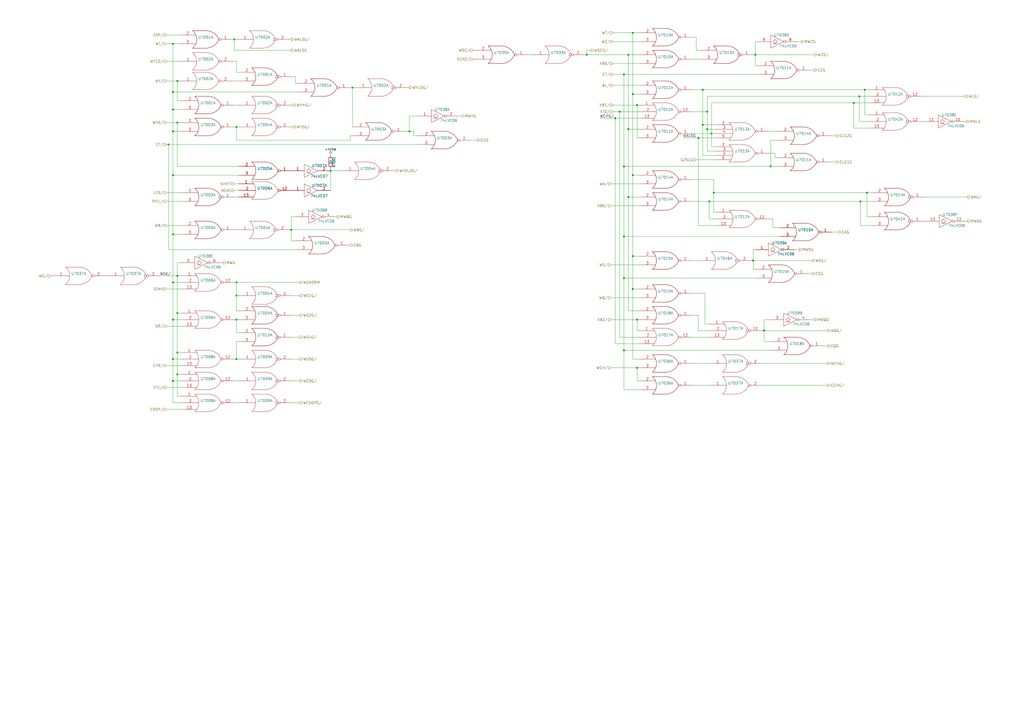
<source format=kicad_sch>
(kicad_sch (version 20211123) (generator eeschema)
  (paper "A2")
  (lib_symbols
    (symbol "agc_kicad_components:+4VSW" (power) (pin_names (offset 0))
      (property "Value" "agc_kicad_components_+4VSW" (at 0 3.556 0))
      (symbol "+4VSW_1_1"
        (pin power_in line (at 0 0 90) (length 0) hide (name "+4VSW") (number "1"))
      )
    )
    (symbol "agc_kicad_components:74HC02" (pin_names (offset 0.762))
      (property "Reference" "U" (at 0 1.27 0))
      (symbol "74HC02_1_1"
        (pin output inverted (at 15.24 0 180) (length 7.62) (name "~") (number "1"))
        (pin input line (at -15.24 2.54 0) (length 9.398) (name "~") (number "2"))
        (pin input line (at -15.24 -2.54 0) (length 9.398) (name "~") (number "3"))
      )
      (symbol "74HC02_2_1"
        (pin output inverted (at 15.24 0 180) (length 7.62) (name "~") (number "4"))
        (pin input line (at -15.24 2.54 0) (length 9.398) (name "~") (number "5"))
        (pin input line (at -15.24 -2.54 0) (length 9.398) (name "~") (number "6"))
      )
      (symbol "74HC02_3_1"
        (pin output inverted (at 15.24 0 180) (length 7.62) (name "~") (number "10"))
        (pin input line (at -15.24 2.54 0) (length 9.398) (name "~") (number "8"))
        (pin input line (at -15.24 -2.54 0) (length 9.398) (name "~") (number "9"))
      )
      (symbol "74HC02_4_1"
        (pin input line (at -15.24 2.54 0) (length 9.398) (name "~") (number "11"))
        (pin input line (at -15.24 -2.54 0) (length 9.398) (name "~") (number "12"))
        (pin output inverted (at 15.24 0 180) (length 7.62) (name "~") (number "13"))
      )
      (symbol "74HC02_5_0"
        (text "GND" (at 2.54 -3.81 0) (effects (font (size 0.9906 0.9906))))
        (text "VCC" (at 2.54 3.81 0) (effects (font (size 0.9906 0.9906))))
      )
      (symbol "74HC02_5_1"
        (pin power_in line (at 0 6.35 270) (length 3.81) (name "VCC") (number "14"))
        (pin power_in line (at 0 -6.35 90) (length 3.81) (name "GND") (number "7"))
      )
    )
    (symbol "agc_kicad_components:74HC04" (pin_names (offset 0.762))
      (property "Reference" "U" (at 0 1.27 0))
      (symbol "74HC04_1_1"
        (pin input line (at -15.24 0 0) (length 9.906) (name "~") (number "1"))
        (pin output inverted (at 15.24 0 180) (length 7.62) (name "~") (number "2"))
      )
      (symbol "74HC04_2_1"
        (pin input line (at -15.24 0 0) (length 9.906) (name "~") (number "3"))
        (pin output inverted (at 15.24 0 180) (length 7.62) (name "~") (number "4"))
      )
      (symbol "74HC04_3_1"
        (pin input line (at -15.24 0 0) (length 9.906) (name "~") (number "5"))
        (pin output inverted (at 15.24 0 180) (length 7.62) (name "~") (number "6"))
      )
      (symbol "74HC04_4_1"
        (pin output inverted (at 15.24 0 180) (length 7.62) (name "~") (number "8"))
        (pin input line (at -15.24 0 0) (length 9.906) (name "~") (number "9"))
      )
      (symbol "74HC04_5_1"
        (pin output inverted (at 15.24 0 180) (length 7.62) (name "~") (number "10"))
        (pin input line (at -15.24 0 0) (length 9.906) (name "~") (number "11"))
      )
      (symbol "74HC04_6_1"
        (pin output inverted (at 15.24 0 180) (length 7.62) (name "~") (number "12"))
        (pin input line (at -15.24 0 0) (length 9.906) (name "~") (number "13"))
      )
      (symbol "74HC04_7_0"
        (text "GND" (at 2.54 -3.81 0) (effects (font (size 0.9906 0.9906))))
        (text "VCC" (at 2.54 3.81 0) (effects (font (size 0.9906 0.9906))))
      )
      (symbol "74HC04_7_1"
        (pin power_in line (at 0 6.35 270) (length 3.81) (name "VCC") (number "14"))
        (pin power_in line (at 0 -6.35 90) (length 3.81) (name "GND") (number "7"))
      )
    )
    (symbol "agc_kicad_components:74HC27" (pin_names (offset 0.762))
      (property "Reference" "U" (at 0 1.27 0))
      (symbol "74HC27_1_1"
        (pin input line (at -15.24 3.81 0) (length 8.763) (name "~") (number "1"))
        (pin output inverted (at 15.24 0 180) (length 7.62) (name "~") (number "12"))
        (pin input line (at -15.24 -3.81 0) (length 8.763) (name "~") (number "13"))
        (pin input line (at -15.24 0 0) (length 9.906) (name "~") (number "2"))
      )
      (symbol "74HC27_2_1"
        (pin input line (at -15.24 3.81 0) (length 8.763) (name "~") (number "3"))
        (pin input line (at -15.24 0 0) (length 9.906) (name "~") (number "4"))
        (pin input line (at -15.24 -3.81 0) (length 8.763) (name "~") (number "5"))
        (pin output inverted (at 15.24 0 180) (length 7.62) (name "~") (number "6"))
      )
      (symbol "74HC27_3_1"
        (pin input line (at -15.24 0 0) (length 9.906) (name "~") (number "10"))
        (pin input line (at -15.24 -3.81 0) (length 8.763) (name "~") (number "11"))
        (pin output inverted (at 15.24 0 180) (length 7.62) (name "~") (number "8"))
        (pin input line (at -15.24 3.81 0) (length 8.763) (name "~") (number "9"))
      )
      (symbol "74HC27_4_0"
        (text "GND" (at 2.54 -3.81 0) (effects (font (size 0.9906 0.9906))))
        (text "VCC" (at 2.54 3.81 0) (effects (font (size 0.9906 0.9906))))
      )
      (symbol "74HC27_4_1"
        (pin power_in line (at 0 6.35 270) (length 3.81) (name "VCC") (number "14"))
        (pin power_in line (at 0 -6.35 90) (length 3.81) (name "GND") (number "7"))
      )
    )
    (symbol "agc_kicad_components:74HC4002" (pin_names (offset 0.762))
      (property "Reference" "U" (at 0 1.27 0))
      (symbol "74HC4002_1_1"
        (pin output inverted (at 15.24 0 180) (length 7.62) (name "~") (number "1"))
        (pin input line (at -15.24 3.81 0) (length 8.509) (name "~") (number "2"))
        (pin input line (at -15.24 1.27 0) (length 9.652) (name "~") (number "3"))
        (pin input line (at -15.24 -1.27 0) (length 9.652) (name "~") (number "4"))
        (pin input line (at -15.24 -3.81 0) (length 8.509) (name "~") (number "5"))
        (pin no_connect line (at -2.54 5.08 90) (length 0) hide (name "NC1") (number "6"))
        (pin no_connect line (at 0 5.08 90) (length 0) hide (name "NC2") (number "8"))
      )
      (symbol "74HC4002_2_1"
        (pin input line (at -15.24 1.27 0) (length 9.652) (name "~") (number "10"))
        (pin input line (at -15.24 -1.27 0) (length 9.652) (name "~") (number "11"))
        (pin input line (at -15.24 -3.81 0) (length 8.509) (name "~") (number "12"))
        (pin output inverted (at 15.24 0 180) (length 7.62) (name "~") (number "13"))
        (pin no_connect line (at -2.54 5.08 90) (length 0) hide (name "NC1") (number "6"))
        (pin no_connect line (at 0 5.08 90) (length 0) hide (name "NC2") (number "8"))
        (pin input line (at -15.24 3.81 0) (length 8.509) (name "~") (number "9"))
      )
      (symbol "74HC4002_3_0"
        (text "GND" (at 2.54 -3.81 0) (effects (font (size 0.9906 0.9906))))
        (text "VCC" (at 2.54 3.81 0) (effects (font (size 0.9906 0.9906))))
      )
      (symbol "74HC4002_3_1"
        (pin power_in line (at 0 6.35 270) (length 3.81) (name "VCC") (number "14"))
        (pin power_in line (at 0 -6.35 90) (length 3.81) (name "GND") (number "7"))
      )
    )
    (symbol "agc_kicad_components:74LVC06" (pin_names (offset 0.762))
      (property "Reference" "U" (at 0 1.27 0))
      (symbol "74LVC06_1_1"
        (pin input line (at -11.43 0 0) (length 7.62) (name "~") (number "1"))
        (pin open_collector inverted (at 11.43 0 180) (length 7.62) (name "~") (number "2"))
      )
      (symbol "74LVC06_2_1"
        (pin input line (at -11.43 0 0) (length 7.62) (name "~") (number "3"))
        (pin open_collector inverted (at 11.43 0 180) (length 7.62) (name "~") (number "4"))
      )
      (symbol "74LVC06_3_1"
        (pin input line (at -11.43 0 0) (length 7.62) (name "~") (number "5"))
        (pin open_collector inverted (at 11.43 0 180) (length 7.62) (name "~") (number "6"))
      )
      (symbol "74LVC06_4_1"
        (pin open_collector inverted (at 11.43 0 180) (length 7.62) (name "~") (number "8"))
        (pin input line (at -11.43 0 0) (length 7.62) (name "~") (number "9"))
      )
      (symbol "74LVC06_5_1"
        (pin open_collector inverted (at 11.43 0 180) (length 7.62) (name "~") (number "10"))
        (pin input line (at -11.43 0 0) (length 7.62) (name "~") (number "11"))
      )
      (symbol "74LVC06_6_1"
        (pin open_collector inverted (at 11.43 0 180) (length 7.62) (name "~") (number "12"))
        (pin input line (at -11.43 0 0) (length 7.62) (name "~") (number "13"))
      )
      (symbol "74LVC06_7_0"
        (text "GND" (at 2.54 -3.81 0) (effects (font (size 0.9906 0.9906))))
        (text "VCC" (at 2.54 3.81 0) (effects (font (size 0.9906 0.9906))))
      )
      (symbol "74LVC06_7_1"
        (pin power_in line (at 0 6.35 270) (length 3.81) (name "VCC") (number "14"))
        (pin power_in line (at 0 -6.35 90) (length 3.81) (name "GND") (number "7"))
      )
    )
    (symbol "agc_kicad_components:74LVC07" (pin_names (offset 0.762))
      (property "Reference" "U" (at 0 1.27 0))
      (symbol "74LVC07_1_1"
        (pin input line (at -11.43 0 0) (length 7.62) (name "~") (number "1"))
        (pin open_collector line (at 11.43 0 180) (length 7.62) (name "~") (number "2"))
      )
      (symbol "74LVC07_2_1"
        (pin input line (at -11.43 0 0) (length 7.62) (name "~") (number "3"))
        (pin open_collector line (at 11.43 0 180) (length 7.62) (name "~") (number "4"))
      )
      (symbol "74LVC07_3_1"
        (pin input line (at -11.43 0 0) (length 7.62) (name "~") (number "5"))
        (pin open_collector line (at 11.43 0 180) (length 7.62) (name "~") (number "6"))
      )
      (symbol "74LVC07_4_1"
        (pin open_collector line (at 11.43 0 180) (length 7.62) (name "~") (number "8"))
        (pin input line (at -11.43 0 0) (length 7.62) (name "~") (number "9"))
      )
      (symbol "74LVC07_5_1"
        (pin open_collector line (at 11.43 0 180) (length 7.62) (name "~") (number "10"))
        (pin input line (at -11.43 0 0) (length 7.62) (name "~") (number "11"))
      )
      (symbol "74LVC07_6_1"
        (pin open_collector line (at 11.43 0 180) (length 7.62) (name "~") (number "12"))
        (pin input line (at -11.43 0 0) (length 7.62) (name "~") (number "13"))
      )
      (symbol "74LVC07_7_0"
        (text "GND" (at 2.54 -3.81 0) (effects (font (size 0.9906 0.9906))))
        (text "VCC" (at 2.54 3.81 0) (effects (font (size 0.9906 0.9906))))
      )
      (symbol "74LVC07_7_1"
        (pin power_in line (at 0 6.35 270) (length 3.81) (name "VCC") (number "14"))
        (pin power_in line (at 0 -6.35 90) (length 3.81) (name "GND") (number "7"))
      )
    )
    (symbol "service_gates-rescue:R-device" (pin_numbers hide) (pin_names (offset 0))
      (property "Reference" "R" (at 2.032 0 90))
      (property "Value" "R-device" (at 0 0 90))
      (symbol "R-device_1_1"
        (pin passive line (at 0 3.81 270) (length 1.27) (name "~") (number "1"))
        (pin passive line (at 0 -3.81 90) (length 1.27) (name "~") (number "2"))
      )
    )
  )
  (junction (at 100.33 135.89))
  (junction (at 498.475 55.88))
  (junction (at 100.33 53.34))
  (junction (at 135.89 22.86))
  (junction (at 405.13 80.01))
  (junction (at 102.87 71.12))
  (junction (at 359.41 64.77))
  (junction (at 410.21 74.93))
  (junction (at 369.57 60.96))
  (junction (at 414.02 111.76))
  (junction (at 100.33 185.42))
  (junction (at 407.67 72.39))
  (junction (at 367.03 19.05))
  (junction (at 340.36 31.75))
  (junction (at 499.11 116.84))
  (junction (at 438.15 31.75))
  (junction (at 361.95 43.18))
  (junction (at 137.16 73.66))
  (junction (at 204.47 50.8))
  (junction (at 137.16 185.42))
  (junction (at 412.75 77.47))
  (junction (at 102.87 181.61))
  (junction (at 361.95 161.29))
  (junction (at 364.49 74.93))
  (junction (at 191.77 99.06))
  (junction (at 361.95 203.2))
  (junction (at 447.04 96.52))
  (junction (at 168.91 133.35))
  (junction (at 410.21 64.77))
  (junction (at 411.48 116.84))
  (junction (at 364.49 114.3))
  (junction (at 100.33 76.2))
  (junction (at 102.87 160.02))
  (junction (at 97.79 83.82))
  (junction (at 137.16 163.83))
  (junction (at 369.57 185.42))
  (junction (at 501.65 52.07))
  (junction (at 495.3 59.69))
  (junction (at 369.57 213.36))
  (junction (at 100.33 25.4))
  (junction (at 436.88 151.13))
  (junction (at 443.23 191.77))
  (junction (at 367.03 148.59))
  (junction (at 102.87 217.17))
  (junction (at 137.16 208.28))
  (junction (at 367.03 54.61))
  (junction (at 407.67 52.07))
  (junction (at 102.87 204.47))
  (junction (at 502.92 111.76))
  (junction (at 367.03 167.64))
  (junction (at 356.87 68.58))
  (junction (at 100.33 63.5))
  (junction (at 137.16 171.45))
  (junction (at 100.33 163.83))
  (junction (at 361.95 137.16))
  (junction (at 100.33 101.6))
  (junction (at 102.87 46.99))
  (junction (at 364.49 31.75))
  (junction (at 237.49 76.2))
  (junction (at 361.95 96.52))
  (junction (at 100.33 208.28))
  (junction (at 100.33 220.98))
  (junction (at 367.03 101.6))
  (wire (pts (xy 414.02 123.19) (xy 415.29 123.19)))
  (wire (pts (xy 438.15 31.75) (xy 472.44 31.75)))
  (wire (pts (xy 469.9 185.42) (xy 472.44 185.42)))
  (wire (pts (xy 100.33 208.28) (xy 105.41 208.28)))
  (wire (pts (xy 240.03 78.74) (xy 242.57 78.74)))
  (wire (pts (xy 102.87 71.12) (xy 102.87 96.52)))
  (wire (pts (xy 96.52 46.99) (xy 102.87 46.99)))
  (wire (pts (xy 361.95 226.06) (xy 370.84 226.06)))
  (wire (pts (xy 105.41 130.81) (xy 96.52 130.81)))
  (wire (pts (xy 171.45 144.78) (xy 97.79 144.78)))
  (wire (pts (xy 204.47 50.8) (xy 204.47 73.66)))
  (wire (pts (xy 370.84 153.67) (xy 354.33 153.67)))
  (wire (pts (xy 100.33 208.28) (xy 100.33 220.98)))
  (wire (pts (xy 138.43 193.04) (xy 137.16 193.04)))
  (wire (pts (xy 410.21 74.93) (xy 410.21 87.63)))
  (wire (pts (xy 367.03 54.61) (xy 367.03 101.6)))
  (wire (pts (xy 441.96 191.77) (xy 443.23 191.77)))
  (wire (pts (xy 135.89 133.35) (xy 137.16 133.35)))
  (wire (pts (xy 171.45 48.26) (xy 172.72 48.26)))
  (wire (pts (xy 412.75 85.09) (xy 415.29 85.09)))
  (wire (pts (xy 445.77 127) (xy 448.31 127)))
  (wire (pts (xy 435.61 151.13) (xy 436.88 151.13)))
  (wire (pts (xy 369.57 60.96) (xy 370.84 60.96)))
  (wire (pts (xy 96.52 71.12) (xy 102.87 71.12)))
  (wire (pts (xy 436.88 151.13) (xy 436.88 156.21)))
  (wire (pts (xy 102.87 58.42) (xy 105.41 58.42)))
  (wire (pts (xy 359.41 195.58) (xy 370.84 195.58)))
  (wire (pts (xy 137.16 163.83) (xy 137.16 171.45)))
  (wire (pts (xy 102.87 152.4) (xy 102.87 160.02)))
  (wire (pts (xy 504.19 55.88) (xy 498.475 55.88)))
  (wire (pts (xy 445.77 88.9) (xy 449.58 88.9)))
  (wire (pts (xy 100.33 185.42) (xy 100.33 208.28)))
  (wire (pts (xy 401.32 170.18) (xy 408.94 170.18)))
  (wire (pts (xy 105.41 212.09) (xy 96.52 212.09)))
  (wire (pts (xy 105.41 167.64) (xy 96.52 167.64)))
  (wire (pts (xy 436.88 144.78) (xy 438.15 144.78)))
  (wire (pts (xy 361.95 43.18) (xy 439.42 43.18)))
  (wire (pts (xy 236.22 50.8) (xy 237.49 50.8)))
  (wire (pts (xy 443.23 191.77) (xy 480.06 191.77)))
  (wire (pts (xy 411.48 116.84) (xy 411.48 127)))
  (wire (pts (xy 364.49 74.93) (xy 364.49 114.3)))
  (wire (pts (xy 361.95 161.29) (xy 361.95 203.2)))
  (wire (pts (xy 367.03 148.59) (xy 367.03 167.64)))
  (wire (pts (xy 364.49 31.75) (xy 364.49 74.93)))
  (wire (pts (xy 412.75 59.69) (xy 412.75 77.47)))
  (wire (pts (xy 495.3 74.295) (xy 495.3 59.69)))
  (wire (pts (xy 403.86 29.21) (xy 406.4 29.21)))
  (wire (pts (xy 168.91 125.73) (xy 168.91 133.35)))
  (wire (pts (xy 135.89 208.28) (xy 137.16 208.28)))
  (wire (pts (xy 105.41 189.23) (xy 96.52 189.23)))
  (wire (pts (xy 134.62 46.99) (xy 138.43 46.99)))
  (wire (pts (xy 100.33 135.89) (xy 105.41 135.89)))
  (wire (pts (xy 438.15 24.13) (xy 438.15 31.75)))
  (wire (pts (xy 369.57 213.36) (xy 370.84 213.36)))
  (wire (pts (xy 438.15 24.13) (xy 439.42 24.13)))
  (wire (pts (xy 168.91 233.68) (xy 173.99 233.68)))
  (wire (pts (xy 370.84 172.72) (xy 354.33 172.72)))
  (wire (pts (xy 367.03 148.59) (xy 370.84 148.59)))
  (wire (pts (xy 137.16 35.56) (xy 134.62 35.56)))
  (wire (pts (xy 535.94 128.27) (xy 537.21 128.27)))
  (wire (pts (xy 501.65 66.675) (xy 501.65 52.07)))
  (wire (pts (xy 408.94 170.18) (xy 408.94 187.96)))
  (wire (pts (xy 462.28 24.13) (xy 464.82 24.13)))
  (wire (pts (xy 168.91 220.98) (xy 173.99 220.98)))
  (wire (pts (xy 370.84 106.68) (xy 354.33 106.68)))
  (wire (pts (xy 481.33 93.98) (xy 485.14 93.98)))
  (wire (pts (xy 364.49 31.75) (xy 370.84 31.75)))
  (wire (pts (xy 407.67 90.17) (xy 415.29 90.17)))
  (wire (pts (xy 102.87 204.47) (xy 102.87 217.17)))
  (wire (pts (xy 369.57 191.77) (xy 370.84 191.77)))
  (wire (pts (xy 168.91 182.88) (xy 173.99 182.88)))
  (wire (pts (xy 96.52 116.84) (xy 105.41 116.84)))
  (wire (pts (xy 369.57 213.36) (xy 369.57 220.98)))
  (wire (pts (xy 265.43 67.31) (xy 267.97 67.31)))
  (wire (pts (xy 410.21 74.93) (xy 415.29 74.93)))
  (wire (pts (xy 401.32 52.07) (xy 407.67 52.07)))
  (wire (pts (xy 102.87 160.02) (xy 102.87 181.61)))
  (wire (pts (xy 201.93 142.24) (xy 203.2 142.24)))
  (wire (pts (xy 449.58 88.9) (xy 449.58 91.44)))
  (wire (pts (xy 414.02 104.14) (xy 414.02 111.76)))
  (wire (pts (xy 102.87 217.17) (xy 105.41 217.17)))
  (wire (pts (xy 534.67 55.88) (xy 560.07 55.88)))
  (wire (pts (xy 370.84 24.13) (xy 355.6 24.13)))
  (wire (pts (xy 167.64 22.86) (xy 168.91 22.86)))
  (wire (pts (xy 361.95 43.18) (xy 361.95 96.52)))
  (wire (pts (xy 97.79 144.78) (xy 97.79 83.82)))
  (wire (pts (xy 407.67 52.07) (xy 501.65 52.07)))
  (wire (pts (xy 415.29 72.39) (xy 407.67 72.39)))
  (wire (pts (xy 361.95 137.16) (xy 452.12 137.16)))
  (wire (pts (xy 137.16 180.34) (xy 138.43 180.34)))
  (wire (pts (xy 499.11 116.84) (xy 505.46 116.84)))
  (wire (pts (xy 482.6 134.62) (xy 486.41 134.62)))
  (wire (pts (xy 559.435 70.485) (xy 560.705 70.485)))
  (wire (pts (xy 410.21 64.77) (xy 410.21 74.93)))
  (wire (pts (xy 401.32 77.47) (xy 412.75 77.47)))
  (wire (pts (xy 100.33 101.6) (xy 138.43 101.6)))
  (wire (pts (xy 441.96 223.52) (xy 480.06 223.52)))
  (wire (pts (xy 135.89 22.86) (xy 137.16 22.86)))
  (wire (pts (xy 370.84 199.39) (xy 356.87 199.39)))
  (wire (pts (xy 495.3 59.69) (xy 504.19 59.69)))
  (wire (pts (xy 411.48 116.84) (xy 499.11 116.84)))
  (wire (pts (xy 414.02 111.76) (xy 502.92 111.76)))
  (wire (pts (xy 237.49 76.2) (xy 240.03 76.2)))
  (wire (pts (xy 105.41 111.76) (xy 96.52 111.76)))
  (wire (pts (xy 137.16 163.83) (xy 173.99 163.83)))
  (wire (pts (xy 135.89 106.68) (xy 138.43 106.68)))
  (wire (pts (xy 137.16 41.91) (xy 138.43 41.91)))
  (wire (pts (xy 447.04 96.52) (xy 450.85 96.52)))
  (wire (pts (xy 102.87 152.4) (xy 105.41 152.4)))
  (wire (pts (xy 168.91 133.35) (xy 168.91 139.7)))
  (wire (pts (xy 468.63 158.75) (xy 471.17 158.75)))
  (wire (pts (xy 369.57 220.98) (xy 370.84 220.98)))
  (wire (pts (xy 100.33 25.4) (xy 104.14 25.4)))
  (wire (pts (xy 401.32 151.13) (xy 405.13 151.13)))
  (wire (pts (xy 461.01 144.78) (xy 463.55 144.78)))
  (wire (pts (xy 100.33 163.83) (xy 100.33 185.42)))
  (wire (pts (xy 340.36 29.21) (xy 340.36 31.75)))
  (wire (pts (xy 361.95 96.52) (xy 361.95 137.16)))
  (wire (pts (xy 412.75 77.47) (xy 415.29 77.47)))
  (wire (pts (xy 137.16 35.56) (xy 137.16 41.91)))
  (wire (pts (xy 100.33 233.68) (xy 105.41 233.68)))
  (wire (pts (xy 100.33 220.98) (xy 105.41 220.98)))
  (wire (pts (xy 102.87 181.61) (xy 102.87 204.47)))
  (wire (pts (xy 450.85 81.28) (xy 447.04 81.28)))
  (wire (pts (xy 340.36 31.75) (xy 364.49 31.75)))
  (wire (pts (xy 240.03 76.2) (xy 240.03 78.74)))
  (wire (pts (xy 137.16 171.45) (xy 137.16 180.34)))
  (wire (pts (xy 355.6 60.96) (xy 369.57 60.96)))
  (wire (pts (xy 469.9 40.64) (xy 472.44 40.64)))
  (wire (pts (xy 102.87 217.17) (xy 102.87 229.87)))
  (wire (pts (xy 405.13 182.88) (xy 405.13 191.77)))
  (wire (pts (xy 405.13 80.01) (xy 405.13 130.81)))
  (wire (pts (xy 504.19 70.485) (xy 498.475 70.485)))
  (wire (pts (xy 354.33 185.42) (xy 369.57 185.42)))
  (wire (pts (xy 502.92 125.73) (xy 502.92 111.76)))
  (wire (pts (xy 134.62 22.86) (xy 135.89 22.86)))
  (wire (pts (xy 102.87 181.61) (xy 105.41 181.61)))
  (wire (pts (xy 168.91 139.7) (xy 171.45 139.7)))
  (wire (pts (xy 137.16 208.28) (xy 138.43 208.28)))
  (wire (pts (xy 100.33 76.2) (xy 105.41 76.2)))
  (wire (pts (xy 356.87 68.58) (xy 370.84 68.58)))
  (wire (pts (xy 135.89 233.68) (xy 138.43 233.68)))
  (wire (pts (xy 410.21 64.77) (xy 401.32 64.77)))
  (wire (pts (xy 102.87 71.12) (xy 105.41 71.12)))
  (wire (pts (xy 367.03 19.05) (xy 370.84 19.05)))
  (wire (pts (xy 485.14 78.74) (xy 481.33 78.74)))
  (wire (pts (xy 102.87 46.99) (xy 102.87 58.42)))
  (wire (pts (xy 448.31 132.08) (xy 452.12 132.08)))
  (wire (pts (xy 234.95 76.2) (xy 237.49 76.2)))
  (wire (pts (xy 534.67 70.485) (xy 536.575 70.485)))
  (wire (pts (xy 441.96 210.82) (xy 480.06 210.82)))
  (wire (pts (xy 364.49 114.3) (xy 370.84 114.3)))
  (wire (pts (xy 443.23 191.77) (xy 443.23 198.12)))
  (wire (pts (xy 498.475 55.88) (xy 410.21 55.88)))
  (wire (pts (xy 414.02 104.14) (xy 401.32 104.14)))
  (wire (pts (xy 137.16 208.28) (xy 137.16 198.12)))
  (wire (pts (xy 105.41 224.79) (xy 96.52 224.79)))
  (wire (pts (xy 168.91 73.66) (xy 170.18 73.66)))
  (wire (pts (xy 355.6 64.77) (xy 359.41 64.77)))
  (wire (pts (xy 403.86 21.59) (xy 403.86 29.21)))
  (wire (pts (xy 168.91 44.45) (xy 171.45 44.45)))
  (wire (pts (xy 505.46 130.81) (xy 499.11 130.81)))
  (wire (pts (xy 168.91 60.96) (xy 170.18 60.96)))
  (wire (pts (xy 194.31 125.73) (xy 195.58 125.73)))
  (wire (pts (xy 356.87 199.39) (xy 356.87 68.58)))
  (wire (pts (xy 347.98 68.58) (xy 356.87 68.58)))
  (wire (pts (xy 505.46 125.73) (xy 502.92 125.73)))
  (wire (pts (xy 137.16 193.04) (xy 137.16 185.42)))
  (wire (pts (xy 203.2 81.28) (xy 203.2 78.74)))
  (wire (pts (xy 100.33 135.89) (xy 100.33 163.83)))
  (wire (pts (xy 359.41 64.77) (xy 359.41 195.58)))
  (wire (pts (xy 443.23 185.42) (xy 443.23 191.77)))
  (wire (pts (xy 449.58 91.44) (xy 450.85 91.44)))
  (wire (pts (xy 274.32 34.29) (xy 275.59 34.29)))
  (wire (pts (xy 560.07 128.27) (xy 561.34 128.27)))
  (wire (pts (xy 407.67 72.39) (xy 407.67 90.17)))
  (wire (pts (xy 60.96 160.02) (xy 62.23 160.02)))
  (wire (pts (xy 128.27 152.4) (xy 129.54 152.4)))
  (wire (pts (xy 137.16 171.45) (xy 138.43 171.45)))
  (wire (pts (xy 504.19 66.675) (xy 501.65 66.675)))
  (wire (pts (xy 436.88 156.21) (xy 438.15 156.21)))
  (wire (pts (xy 401.32 21.59) (xy 403.86 21.59)))
  (wire (pts (xy 135.89 114.3) (xy 138.43 114.3)))
  (wire (pts (xy 168.91 208.28) (xy 173.99 208.28)))
  (wire (pts (xy 30.48 160.02) (xy 29.21 160.02)))
  (wire (pts (xy 102.87 204.47) (xy 105.41 204.47)))
  (wire (pts (xy 369.57 80.01) (xy 370.84 80.01)))
  (wire (pts (xy 355.6 43.18) (xy 361.95 43.18)))
  (wire (pts (xy 410.21 87.63) (xy 415.29 87.63)))
  (wire (pts (xy 367.03 208.28) (xy 370.84 208.28)))
  (wire (pts (xy 137.16 185.42) (xy 138.43 185.42)))
  (wire (pts (xy 168.91 195.58) (xy 173.99 195.58)))
  (wire (pts (xy 100.33 25.4) (xy 100.33 53.34)))
  (wire (pts (xy 436.88 31.75) (xy 438.15 31.75)))
  (wire (pts (xy 105.41 237.49) (xy 96.52 237.49)))
  (wire (pts (xy 369.57 60.96) (xy 369.57 80.01)))
  (wire (pts (xy 367.03 167.64) (xy 367.03 208.28)))
  (wire (pts (xy 100.33 220.98) (xy 100.33 233.68)))
  (wire (pts (xy 203.2 78.74) (xy 204.47 78.74)))
  (wire (pts (xy 448.31 127) (xy 448.31 132.08)))
  (wire (pts (xy 306.07 31.75) (xy 308.61 31.75)))
  (wire (pts (xy 102.87 46.99) (xy 104.14 46.99)))
  (wire (pts (xy 477.52 200.66) (xy 480.06 200.66)))
  (wire (pts (xy 361.95 161.29) (xy 438.15 161.29)))
  (wire (pts (xy 445.77 76.2) (xy 450.85 76.2)))
  (wire (pts (xy 369.57 185.42) (xy 369.57 191.77)))
  (wire (pts (xy 100.33 53.34) (xy 172.72 53.34)))
  (wire (pts (xy 100.33 63.5) (xy 100.33 76.2)))
  (wire (pts (xy 92.71 160.02) (xy 102.87 160.02)))
  (wire (pts (xy 135.89 220.98) (xy 138.43 220.98)))
  (wire (pts (xy 367.03 19.05) (xy 367.03 54.61)))
  (wire (pts (xy 96.52 83.82) (xy 97.79 83.82)))
  (wire (pts (xy 168.91 133.35) (xy 203.2 133.35)))
  (wire (pts (xy 411.48 210.82) (xy 401.32 210.82)))
  (wire (pts (xy 502.92 111.76) (xy 505.46 111.76)))
  (wire (pts (xy 401.32 223.52) (xy 411.48 223.52)))
  (wire (pts (xy 100.33 101.6) (xy 100.33 135.89)))
  (wire (pts (xy 414.02 111.76) (xy 414.02 123.19)))
  (wire (pts (xy 369.57 185.42) (xy 370.84 185.42)))
  (wire (pts (xy 237.49 76.2) (xy 237.49 67.31)))
  (wire (pts (xy 405.13 80.01) (xy 415.29 80.01)))
  (wire (pts (xy 438.15 31.75) (xy 438.15 38.1)))
  (wire (pts (xy 237.49 67.31) (xy 242.57 67.31)))
  (wire (pts (xy 367.03 101.6) (xy 367.03 148.59)))
  (wire (pts (xy 361.95 203.2) (xy 447.04 203.2)))
  (wire (pts (xy 443.23 198.12) (xy 447.04 198.12)))
  (wire (pts (xy 364.49 114.3) (xy 364.49 180.34)))
  (wire (pts (xy 447.04 185.42) (xy 443.23 185.42)))
  (wire (pts (xy 355.6 19.05) (xy 367.03 19.05)))
  (wire (pts (xy 401.32 34.29) (xy 406.4 34.29)))
  (wire (pts (xy 167.64 133.35) (xy 168.91 133.35)))
  (wire (pts (xy 367.03 167.64) (xy 370.84 167.64)))
  (wire (pts (xy 370.84 49.53) (xy 355.6 49.53)))
  (wire (pts (xy 137.16 81.28) (xy 203.2 81.28)))
  (wire (pts (xy 361.95 137.16) (xy 361.95 161.29)))
  (wire (pts (xy 168.91 171.45) (xy 173.99 171.45)))
  (wire (pts (xy 498.475 70.485) (xy 498.475 55.88)))
  (wire (pts (xy 135.89 185.42) (xy 137.16 185.42)))
  (wire (pts (xy 367.03 54.61) (xy 370.84 54.61)))
  (wire (pts (xy 370.84 74.93) (xy 364.49 74.93)))
  (wire (pts (xy 401.32 116.84) (xy 411.48 116.84)))
  (wire (pts (xy 100.33 63.5) (xy 105.41 63.5)))
  (wire (pts (xy 501.65 52.07) (xy 504.19 52.07)))
  (wire (pts (xy 135.89 22.86) (xy 135.89 29.21)))
  (wire (pts (xy 100.33 53.34) (xy 100.33 63.5)))
  (wire (pts (xy 438.15 38.1) (xy 439.42 38.1)))
  (wire (pts (xy 104.14 35.56) (xy 96.52 35.56)))
  (wire (pts (xy 361.95 203.2) (xy 361.95 226.06)))
  (wire (pts (xy 504.19 74.295) (xy 495.3 74.295)))
  (wire (pts (xy 102.87 229.87) (xy 105.41 229.87)))
  (wire (pts (xy 137.16 73.66) (xy 137.16 81.28)))
  (wire (pts (xy 198.12 99.06) (xy 191.77 99.06)))
  (wire (pts (xy 412.75 59.69) (xy 495.3 59.69)))
  (wire (pts (xy 171.45 44.45) (xy 171.45 48.26)))
  (wire (pts (xy 370.84 119.38) (xy 354.33 119.38)))
  (wire (pts (xy 104.14 20.32) (xy 96.52 20.32)))
  (wire (pts (xy 204.47 50.8) (xy 205.74 50.8)))
  (wire (pts (xy 137.16 198.12) (xy 138.43 198.12)))
  (wire (pts (xy 408.94 187.96) (xy 411.48 187.96)))
  (wire (pts (xy 412.75 77.47) (xy 412.75 85.09)))
  (wire (pts (xy 499.11 130.81) (xy 499.11 116.84)))
  (wire (pts (xy 203.2 50.8) (xy 204.47 50.8)))
  (wire (pts (xy 396.24 80.01) (xy 405.13 80.01)))
  (wire (pts (xy 191.77 97.79) (xy 191.77 99.06)))
  (wire (pts (xy 135.89 73.66) (xy 137.16 73.66)))
  (wire (pts (xy 355.6 36.83) (xy 370.84 36.83)))
  (wire (pts (xy 535.94 114.3) (xy 561.34 114.3)))
  (wire (pts (xy 191.77 99.06) (xy 191.77 110.49)))
  (wire (pts (xy 97.79 83.82) (xy 242.57 83.82)))
  (wire (pts (xy 436.88 144.78) (xy 436.88 151.13)))
  (wire (pts (xy 405.13 191.77) (xy 411.48 191.77)))
  (wire (pts (xy 135.89 60.96) (xy 138.43 60.96)))
  (wire (pts (xy 273.05 81.28) (xy 276.86 81.28)))
  (wire (pts (xy 415.29 92.71) (xy 403.86 92.71)))
  (wire (pts (xy 354.33 213.36) (xy 369.57 213.36)))
  (wire (pts (xy 100.33 76.2) (xy 100.33 101.6)))
  (wire (pts (xy 436.88 151.13) (xy 471.17 151.13)))
  (wire (pts (xy 102.87 96.52) (xy 138.43 96.52)))
  (wire (pts (xy 275.59 29.21) (xy 274.32 29.21)))
  (wire (pts (xy 228.6 99.06) (xy 229.87 99.06)))
  (wire (pts (xy 138.43 110.49) (xy 135.89 110.49)))
  (wire (pts (xy 364.49 180.34) (xy 370.84 180.34)))
  (wire (pts (xy 359.41 64.77) (xy 370.84 64.77)))
  (wire (pts (xy 100.33 163.83) (xy 105.41 163.83)))
  (wire (pts (xy 411.48 195.58) (xy 401.32 195.58)))
  (wire (pts (xy 102.87 160.02) (xy 105.41 160.02)))
  (wire (pts (xy 407.67 52.07) (xy 407.67 72.39)))
  (wire (pts (xy 361.95 96.52) (xy 447.04 96.52)))
  (wire (pts (xy 410.21 55.88) (xy 410.21 64.77)))
  (wire (pts (xy 168.91 125.73) (xy 171.45 125.73)))
  (wire (pts (xy 411.48 127) (xy 415.29 127)))
  (wire (pts (xy 100.33 185.42) (xy 105.41 185.42)))
  (wire (pts (xy 96.52 25.4) (xy 100.33 25.4)))
  (wire (pts (xy 405.13 130.81) (xy 415.29 130.81)))
  (wire (pts (xy 447.04 81.28) (xy 447.04 96.52)))
  (wire (pts (xy 339.09 31.75) (xy 340.36 31.75)))
  (wire (pts (xy 135.89 29.21) (xy 168.91 29.21)))
  (wire (pts (xy 137.16 73.66) (xy 138.43 73.66)))
  (wire (pts (xy 135.89 163.83) (xy 137.16 163.83)))
  (wire (pts (xy 342.9 29.21) (xy 340.36 29.21)))
  (wire (pts (xy 401.32 182.88) (xy 405.13 182.88)))
  (wire (pts (xy 367.03 101.6) (xy 370.84 101.6)))
  (label "WCHG/" (at 347.98 68.58 0) (effects (font (size 1.524 1.524))))
  (label "WGA/" (at 92.71 160.02 0) (effects (font (size 1.524 1.524))))
  (label "WALSG" (at 396.24 80.01 0) (effects (font (size 1.524 1.524))))
  (hierarchical_label "WT/" (shape input) (at 355.6 19.05 180) (effects (font (size 1.524 1.524))))
  (hierarchical_label "WA/" (shape input) (at 354.33 106.68 180) (effects (font (size 1.524 1.524))))
  (hierarchical_label "SR/" (shape input) (at 96.52 189.23 180) (effects (font (size 1.524 1.524))))
  (hierarchical_label "CLG1G" (shape output) (at 485.14 93.98 0) (effects (font (size 1.524 1.524))))
  (hierarchical_label "WY12/" (shape input) (at 96.52 35.56 180) (effects (font (size 1.524 1.524))))
  (hierarchical_label "WB/" (shape input) (at 96.52 130.81 180) (effects (font (size 1.524 1.524))))
  (hierarchical_label "WALSG/" (shape output) (at 168.91 22.86 0) (effects (font (size 1.524 1.524))))
  (hierarchical_label "CSG" (shape output) (at 471.17 158.75 0) (effects (font (size 1.524 1.524))))
  (hierarchical_label "WLG/" (shape output) (at 560.07 55.88 0) (effects (font (size 1.524 1.524))))
  (hierarchical_label "WG5G/" (shape output) (at 173.99 208.28 0) (effects (font (size 1.524 1.524))))
  (hierarchical_label "EDOP/" (shape input) (at 96.52 237.49 180) (effects (font (size 1.524 1.524))))
  (hierarchical_label "WYLOG/" (shape output) (at 237.49 50.8 0) (effects (font (size 1.524 1.524))))
  (hierarchical_label "CQG" (shape output) (at 480.06 200.66 0) (effects (font (size 1.524 1.524))))
  (hierarchical_label "CZG" (shape output) (at 472.44 40.64 0) (effects (font (size 1.524 1.524))))
  (hierarchical_label "WG/" (shape input) (at 29.21 160.02 180) (effects (font (size 1.524 1.524))))
  (hierarchical_label "CBG" (shape output) (at 203.2 142.24 0) (effects (font (size 1.524 1.524))))
  (hierarchical_label "WS/" (shape input) (at 354.33 153.67 180) (effects (font (size 1.524 1.524))))
  (hierarchical_label "WQ/" (shape input) (at 354.33 172.72 180) (effects (font (size 1.524 1.524))))
  (hierarchical_label "WZ/" (shape input) (at 355.6 24.13 180) (effects (font (size 1.524 1.524))))
  (hierarchical_label "WYHIG/" (shape output) (at 170.18 60.96 0) (effects (font (size 1.524 1.524))))
  (hierarchical_label "WZG/" (shape output) (at 472.44 31.75 0) (effects (font (size 1.524 1.524))))
  (hierarchical_label "WEDOPG/" (shape output) (at 173.99 233.68 0) (effects (font (size 1.524 1.524))))
  (hierarchical_label "CYL/" (shape input) (at 96.52 224.79 180) (effects (font (size 1.524 1.524))))
  (hierarchical_label "MWAG" (shape output) (at 561.34 128.27 0) (effects (font (size 1.524 1.524))))
  (hierarchical_label "WALSG" (shape output) (at 168.91 29.21 0) (effects (font (size 1.524 1.524))))
  (hierarchical_label "WT/" (shape input) (at 96.52 25.4 180) (effects (font (size 1.524 1.524))))
  (hierarchical_label "PIFL/" (shape input) (at 96.52 116.84 180) (effects (font (size 1.524 1.524))))
  (hierarchical_label "WSC/" (shape input) (at 274.32 29.21 180) (effects (font (size 1.524 1.524))))
  (hierarchical_label "WGNORM" (shape output) (at 173.99 163.83 0) (effects (font (size 1.524 1.524))))
  (hierarchical_label "CT/" (shape input) (at 96.52 83.82 180) (effects (font (size 1.524 1.524))))
  (hierarchical_label "WG3G/" (shape output) (at 173.99 220.98 0) (effects (font (size 1.524 1.524))))
  (hierarchical_label "CLG2G" (shape output) (at 485.14 78.74 0) (effects (font (size 1.524 1.524))))
  (hierarchical_label "NEAC" (shape input) (at 135.89 110.49 180) (effects (font (size 1.524 1.524))))
  (hierarchical_label "WBG/" (shape output) (at 203.2 133.35 0) (effects (font (size 1.524 1.524))))
  (hierarchical_label "WL/" (shape input) (at 355.6 49.53 180) (effects (font (size 1.524 1.524))))
  (hierarchical_label "WCHG/" (shape output) (at 480.06 210.82 0) (effects (font (size 1.524 1.524))))
  (hierarchical_label "WQG/" (shape output) (at 480.06 191.77 0) (effects (font (size 1.524 1.524))))
  (hierarchical_label "CT/" (shape input) (at 355.6 43.18 180) (effects (font (size 1.524 1.524))))
  (hierarchical_label "MWYG" (shape output) (at 267.97 67.31 0) (effects (font (size 1.524 1.524))))
  (hierarchical_label "G2SLG" (shape input) (at 403.86 92.71 180) (effects (font (size 1.524 1.524))))
  (hierarchical_label "XB0/" (shape input) (at 354.33 119.38 180) (effects (font (size 1.524 1.524))))
  (hierarchical_label "WY/" (shape input) (at 96.52 46.99 180) (effects (font (size 1.524 1.524))))
  (hierarchical_label "XB1/" (shape input) (at 355.6 60.96 180) (effects (font (size 1.524 1.524))))
  (hierarchical_label "WG1G/" (shape output) (at 173.99 171.45 0) (effects (font (size 1.524 1.524))))
  (hierarchical_label "CYR/" (shape input) (at 96.52 212.09 180) (effects (font (size 1.524 1.524))))
  (hierarchical_label "WG4G/" (shape output) (at 173.99 195.58 0) (effects (font (size 1.524 1.524))))
  (hierarchical_label "WAG/" (shape output) (at 561.34 114.3 0) (effects (font (size 1.524 1.524))))
  (hierarchical_label "MWSG" (shape output) (at 463.55 144.78 0) (effects (font (size 1.524 1.524))))
  (hierarchical_label "SHIFT" (shape input) (at 135.89 106.68 180) (effects (font (size 1.524 1.524))))
  (hierarchical_label "MWG" (shape output) (at 129.54 152.4 0) (effects (font (size 1.524 1.524))))
  (hierarchical_label "CUG" (shape output) (at 276.86 81.28 0) (effects (font (size 1.524 1.524))))
  (hierarchical_label "MWBG" (shape output) (at 195.58 125.73 0) (effects (font (size 1.524 1.524))))
  (hierarchical_label "MWLG" (shape output) (at 560.705 70.485 0) (effects (font (size 1.524 1.524))))
  (hierarchical_label "XB5/" (shape input) (at 355.6 36.83 180) (effects (font (size 1.524 1.524))))
  (hierarchical_label "CCHG/" (shape output) (at 480.06 223.52 0) (effects (font (size 1.524 1.524))))
  (hierarchical_label "WSCG/" (shape output) (at 342.9 29.21 0) (effects (font (size 1.524 1.524))))
  (hierarchical_label "WYDLOG/" (shape output) (at 229.87 99.06 0) (effects (font (size 1.524 1.524))))
  (hierarchical_label "XB2/" (shape input) (at 354.33 185.42 180) (effects (font (size 1.524 1.524))))
  (hierarchical_label "GINH" (shape input) (at 96.52 167.64 180) (effects (font (size 1.524 1.524))))
  (hierarchical_label "MWZG" (shape output) (at 464.82 24.13 0) (effects (font (size 1.524 1.524))))
  (hierarchical_label "WYDG/" (shape output) (at 170.18 73.66 0) (effects (font (size 1.524 1.524))))
  (hierarchical_label "L15/" (shape input) (at 96.52 111.76 180) (effects (font (size 1.524 1.524))))
  (hierarchical_label "WYD/" (shape input) (at 96.52 71.12 180) (effects (font (size 1.524 1.524))))
  (hierarchical_label "WG2G/" (shape output) (at 173.99 182.88 0) (effects (font (size 1.524 1.524))))
  (hierarchical_label "CAG" (shape output) (at 486.41 134.62 0) (effects (font (size 1.524 1.524))))
  (hierarchical_label "ZAP/" (shape input) (at 96.52 20.32 180) (effects (font (size 1.524 1.524))))
  (hierarchical_label "WSG/" (shape output) (at 471.17 151.13 0) (effects (font (size 1.524 1.524))))
  (hierarchical_label "WCH/" (shape input) (at 354.33 213.36 180) (effects (font (size 1.524 1.524))))
  (hierarchical_label "XT0/" (shape input) (at 355.6 64.77 180) (effects (font (size 1.524 1.524))))
  (hierarchical_label "MWQG" (shape output) (at 472.44 185.42 0) (effects (font (size 1.524 1.524))))
  (hierarchical_label "SCAD/" (shape input) (at 274.32 34.29 180) (effects (font (size 1.524 1.524))))
  (symbol (lib_id "agc_kicad_components:74HC02") (at 119.38 22.86 0)
    (property "Reference" "U7001" (at 119.38 21.59 0) (effects (font (size 1.524 1.524))))
    (property "Value" "74HC02" (effects hide))
  )
  (symbol (lib_id "agc_kicad_components:74HC04") (at 152.4 22.86 0)
    (property "Reference" "U7002" (at 152.4 21.59 0) (effects (font (size 1.524 1.524))))
    (property "Value" "74HC04" (effects hide))
    (property "Initial" "1" (at 158.75 22.86 0) (effects (font (size 1.524 1.524) italic)))
  )
  (symbol (lib_id "agc_kicad_components:74HC04") (at 119.38 35.56 0)
    (property "Reference" "U7002" (at 119.38 34.29 0) (effects (font (size 1.524 1.524))))
    (property "Value" "74HC04" (effects hide))
  )
  (symbol (lib_id "agc_kicad_components:74HC04") (at 119.38 46.99 0)
    (property "Reference" "U7002" (at 119.38 45.72 0) (effects (font (size 1.524 1.524))))
    (property "Value" "74HC04" (effects hide))
  )
  (symbol (lib_id "agc_kicad_components:74HC02") (at 153.67 44.45 0)
    (property "Reference" "U7001" (at 153.67 43.18 0) (effects (font (size 1.524 1.524))))
    (property "Value" "74HC02" (effects hide))
    (property "Initial" "1" (at 160.02 44.45 0) (effects (font (size 1.524 1.524) italic)))
  )
  (symbol (lib_id "agc_kicad_components:74HC02") (at 187.96 50.8 0)
    (property "Reference" "U7001" (at 187.96 49.53 0) (effects (font (size 1.524 1.524))))
    (property "Value" "74HC02" (effects hide))
  )
  (symbol (lib_id "agc_kicad_components:74HC04") (at 220.98 50.8 0)
    (property "Reference" "U7002" (at 220.98 49.53 0) (effects (font (size 1.524 1.524))))
    (property "Value" "74HC04" (effects hide))
    (property "Initial" "1" (at 227.33 50.8 0) (effects (font (size 1.524 1.524) italic)))
  )
  (symbol (lib_id "agc_kicad_components:74HC02") (at 120.65 60.96 0)
    (property "Reference" "U7001" (at 120.65 59.69 0) (effects (font (size 1.524 1.524))))
    (property "Value" "74HC02" (effects hide))
  )
  (symbol (lib_id "agc_kicad_components:74HC04") (at 153.67 60.96 0)
    (property "Reference" "U7002" (at 153.67 59.69 0) (effects (font (size 1.524 1.524))))
    (property "Value" "74HC04" (effects hide))
    (property "Initial" "1" (at 160.02 60.96 0) (effects (font (size 1.524 1.524) italic)))
  )
  (symbol (lib_id "agc_kicad_components:74HC02") (at 219.71 76.2 0)
    (property "Reference" "U7003" (at 219.71 74.93 0) (effects (font (size 1.524 1.524))))
    (property "Value" "74HC02" (effects hide))
  )
  (symbol (lib_id "agc_kicad_components:74HC02") (at 120.65 73.66 0)
    (property "Reference" "U7003" (at 120.65 72.39 0) (effects (font (size 1.524 1.524))))
    (property "Value" "74HC02" (effects hide))
  )
  (symbol (lib_id "agc_kicad_components:74HC02") (at 257.81 81.28 0)
    (property "Reference" "U7003" (at 257.81 80.01 0) (effects (font (size 1.524 1.524))))
    (property "Value" "74HC02" (effects hide))
  )
  (symbol (lib_id "agc_kicad_components:74HC04") (at 153.67 73.66 0)
    (property "Reference" "U7004" (at 153.67 72.39 0) (effects (font (size 1.524 1.524))))
    (property "Value" "74HC04" (effects hide))
    (property "Initial" "1" (at 160.02 73.66 0) (effects (font (size 1.524 1.524) italic)))
  )
  (symbol (lib_id "agc_kicad_components:74HC02") (at 120.65 114.3 0)
    (property "Reference" "U7003" (at 120.65 113.03 0) (effects (font (size 1.524 1.524))))
    (property "Value" "74HC02" (effects hide))
    (property "Initial" "1" (at 127 114.3 0) (effects (font (size 1.524 1.524) italic)))
  )
  (symbol (lib_id "agc_kicad_components:74HC02") (at 153.67 99.06 0)
    (property "Reference" "U7005" (at 153.67 97.79 0) (effects (font (size 1.524 1.524))))
    (property "Value" "74HC02" (effects hide))
  )
  (symbol (lib_id "agc_kicad_components:74HC27") (at 153.67 110.49 0)
    (property "Reference" "U7006" (at 153.67 109.22 0) (effects (font (size 1.524 1.524))))
    (property "Value" "74HC27" (effects hide))
  )
  (symbol (lib_id "agc_kicad_components:74LVC07") (at 180.34 99.06 0)
    (property "Reference" "U7007" (at 185.293 96.139 0) (effects (font (size 1.524 1.524))))
    (property "Value" "74LVC07" (at 185.166 102.235 0) (effects (font (size 1.524 1.524))))
  )
  (symbol (lib_id "agc_kicad_components:74LVC07") (at 180.34 110.49 0)
    (property "Reference" "U7007" (at 185.293 107.569 0) (effects (font (size 1.524 1.524))))
    (property "Value" "74LVC07" (at 185.166 113.665 0) (effects (font (size 1.524 1.524))))
  )
  (symbol (lib_id "service_gates-rescue:R-device") (at 191.77 93.98 0) (unit 1)
    (property "Reference" "R7001" (at 193.802 93.98 90))
    (property "Value" "5k" (at 191.77 93.98 90))
  )
  (symbol (lib_id "agc_kicad_components:74HC04") (at 213.36 99.06 0)
    (property "Reference" "U7004" (at 213.36 97.79 0) (effects (font (size 1.524 1.524))))
    (property "Value" "74HC04" (effects hide))
    (property "Initial" "1" (at 219.71 99.06 0) (effects (font (size 1.524 1.524) italic)))
  )
  (symbol (lib_id "agc_kicad_components:74HC02") (at 120.65 133.35 0)
    (property "Reference" "U7005" (at 120.65 132.08 0) (effects (font (size 1.524 1.524))))
    (property "Value" "74HC02" (effects hide))
  )
  (symbol (lib_id "agc_kicad_components:74HC04") (at 152.4 133.35 0)
    (property "Reference" "U7004" (at 152.4 132.08 0) (effects (font (size 1.524 1.524))))
    (property "Value" "74HC04" (effects hide))
    (property "Initial" "1" (at 158.75 133.35 0) (effects (font (size 1.524 1.524) italic)))
  )
  (symbol (lib_id "agc_kicad_components:74HC02") (at 186.69 142.24 0)
    (property "Reference" "U7005" (at 186.69 140.97 0) (effects (font (size 1.524 1.524))))
    (property "Value" "74HC02" (effects hide))
  )
  (symbol (lib_id "agc_kicad_components:74HC27") (at 120.65 163.83 0)
    (property "Reference" "U7006" (at 120.65 162.56 0) (effects (font (size 1.524 1.524))))
    (property "Value" "74HC27" (effects hide))
  )
  (symbol (lib_id "agc_kicad_components:74HC04") (at 153.67 171.45 0)
    (property "Reference" "U7004" (at 153.67 170.18 0) (effects (font (size 1.524 1.524))))
    (property "Value" "74HC04" (effects hide))
    (property "Initial" "1" (at 160.02 171.45 0) (effects (font (size 1.524 1.524) italic)))
  )
  (symbol (lib_id "agc_kicad_components:74HC27") (at 120.65 185.42 0)
    (property "Reference" "U7006" (at 120.65 184.15 0) (effects (font (size 1.524 1.524))))
    (property "Value" "74HC27" (effects hide))
  )
  (symbol (lib_id "agc_kicad_components:74HC02") (at 153.67 182.88 0)
    (property "Reference" "U7005" (at 153.67 181.61 0) (effects (font (size 1.524 1.524))))
    (property "Value" "74HC02" (effects hide))
    (property "Initial" "1" (at 160.02 182.88 0) (effects (font (size 1.524 1.524) italic)))
  )
  (symbol (lib_id "agc_kicad_components:74HC27") (at 120.65 208.28 0)
    (property "Reference" "U7008" (at 120.65 207.01 0) (effects (font (size 1.524 1.524))))
    (property "Value" "74HC27" (effects hide))
  )
  (symbol (lib_id "agc_kicad_components:74HC04") (at 153.67 208.28 0)
    (property "Reference" "U7009" (at 153.67 207.01 0) (effects (font (size 1.524 1.524))))
    (property "Value" "74HC04" (effects hide))
    (property "Initial" "1" (at 160.02 208.28 0) (effects (font (size 1.524 1.524) italic)))
  )
  (symbol (lib_id "agc_kicad_components:74HC02") (at 153.67 195.58 0)
    (property "Reference" "U7010" (at 153.67 194.31 0) (effects (font (size 1.524 1.524))))
    (property "Value" "74HC02" (effects hide))
    (property "Initial" "1" (at 160.02 195.58 0) (effects (font (size 1.524 1.524) italic)))
  )
  (symbol (lib_id "agc_kicad_components:74HC27") (at 120.65 220.98 0)
    (property "Reference" "U7008" (at 120.65 219.71 0) (effects (font (size 1.524 1.524))))
    (property "Value" "74HC27" (effects hide))
  )
  (symbol (lib_id "agc_kicad_components:74HC04") (at 153.67 220.98 0)
    (property "Reference" "U7009" (at 153.67 219.71 0) (effects (font (size 1.524 1.524))))
    (property "Value" "74HC04" (effects hide))
    (property "Initial" "1" (at 160.02 220.98 0) (effects (font (size 1.524 1.524) italic)))
  )
  (symbol (lib_id "agc_kicad_components:74HC27") (at 120.65 233.68 0)
    (property "Reference" "U7008" (at 120.65 232.41 0) (effects (font (size 1.524 1.524))))
    (property "Value" "74HC27" (effects hide))
  )
  (symbol (lib_id "agc_kicad_components:74HC04") (at 153.67 233.68 0)
    (property "Reference" "U7009" (at 153.67 232.41 0) (effects (font (size 1.524 1.524))))
    (property "Value" "74HC04" (effects hide))
    (property "Initial" "1" (at 160.02 233.68 0) (effects (font (size 1.524 1.524) italic)))
  )
  (symbol (lib_id "agc_kicad_components:74HC02") (at 386.08 21.59 0)
    (property "Reference" "U7010" (at 386.08 20.32 0) (effects (font (size 1.524 1.524))))
    (property "Value" "74HC02" (effects hide))
  )
  (symbol (lib_id "agc_kicad_components:74HC02") (at 386.08 34.29 0)
    (property "Reference" "U7010" (at 386.08 33.02 0) (effects (font (size 1.524 1.524))))
    (property "Value" "74HC02" (effects hide))
  )
  (symbol (lib_id "agc_kicad_components:74HC02") (at 421.64 31.75 0)
    (property "Reference" "U7010" (at 421.64 30.48 0) (effects (font (size 1.524 1.524))))
    (property "Value" "74HC02" (effects hide))
    (property "Initial" "1" (at 427.99 31.75 0) (effects (font (size 1.524 1.524) italic)))
  )
  (symbol (lib_id "agc_kicad_components:74HC02") (at 454.66 40.64 0)
    (property "Reference" "U7011" (at 454.66 39.37 0) (effects (font (size 1.524 1.524))))
    (property "Value" "74HC02" (effects hide))
  )
  (symbol (lib_id "agc_kicad_components:74HC02") (at 386.08 52.07 0)
    (property "Reference" "U7011" (at 386.08 50.8 0) (effects (font (size 1.524 1.524))))
    (property "Value" "74HC02" (effects hide))
  )
  (symbol (lib_id "agc_kicad_components:74HC27") (at 386.08 64.77 0)
    (property "Reference" "U7012" (at 386.08 63.5 0) (effects (font (size 1.524 1.524))))
    (property "Value" "74HC27" (effects hide))
  )
  (symbol (lib_id "agc_kicad_components:74HC02") (at 386.08 77.47 0)
    (property "Reference" "U7011" (at 386.08 76.2 0) (effects (font (size 1.524 1.524))))
    (property "Value" "74HC02" (effects hide))
  )
  (symbol (lib_id "agc_kicad_components:74HC27") (at 519.43 55.88 0)
    (property "Reference" "U7012" (at 519.43 54.61 0) (effects (font (size 1.524 1.524))))
    (property "Value" "74HC27" (effects hide))
    (property "Initial" "1" (at 525.78 55.88 0) (effects (font (size 1.524 1.524) italic)))
  )
  (symbol (lib_id "agc_kicad_components:74HC4002") (at 430.53 76.2 0)
    (property "Reference" "U7013" (at 430.53 74.93 0) (effects (font (size 1.524 1.524))))
    (property "Value" "74HC4002" (effects hide))
  )
  (symbol (lib_id "agc_kicad_components:74HC4002") (at 430.53 88.9 0)
    (property "Reference" "U7013" (at 430.53 87.63 0) (effects (font (size 1.524 1.524))))
    (property "Value" "74HC4002" (effects hide))
  )
  (symbol (lib_id "agc_kicad_components:74HC02") (at 466.09 93.98 0)
    (property "Reference" "U7011" (at 466.09 92.71 0) (effects (font (size 1.524 1.524))))
    (property "Value" "74HC02" (effects hide))
  )
  (symbol (lib_id "agc_kicad_components:74HC02") (at 466.09 78.74 0)
    (property "Reference" "U7014" (at 466.09 77.47 0) (effects (font (size 1.524 1.524))))
    (property "Value" "74HC02" (effects hide))
  )
  (symbol (lib_id "agc_kicad_components:74HC02") (at 386.08 104.14 0)
    (property "Reference" "U7014" (at 386.08 102.87 0) (effects (font (size 1.524 1.524))))
    (property "Value" "74HC02" (effects hide))
  )
  (symbol (lib_id "agc_kicad_components:74HC02") (at 386.08 116.84 0)
    (property "Reference" "U7014" (at 386.08 115.57 0) (effects (font (size 1.524 1.524))))
    (property "Value" "74HC02" (effects hide))
  )
  (symbol (lib_id "agc_kicad_components:74HC02") (at 520.7 114.3 0)
    (property "Reference" "U7014" (at 520.7 113.03 0) (effects (font (size 1.524 1.524))))
    (property "Value" "74HC02" (effects hide))
    (property "Initial" "1" (at 527.05 114.3 0) (effects (font (size 1.524 1.524) italic)))
  )
  (symbol (lib_id "agc_kicad_components:74HC27") (at 430.53 127 0)
    (property "Reference" "U7012" (at 430.53 125.73 0) (effects (font (size 1.524 1.524))))
    (property "Value" "74HC27" (effects hide))
  )
  (symbol (lib_id "agc_kicad_components:74HC02") (at 467.36 134.62 0)
    (property "Reference" "U7015" (at 467.36 133.35 0) (effects (font (size 1.524 1.524))))
    (property "Value" "74HC02" (effects hide))
  )
  (symbol (lib_id "agc_kicad_components:74HC02") (at 386.08 151.13 0)
    (property "Reference" "U7015" (at 386.08 149.86 0) (effects (font (size 1.524 1.524))))
    (property "Value" "74HC02" (effects hide))
  )
  (symbol (lib_id "agc_kicad_components:74HC04") (at 420.37 151.13 0)
    (property "Reference" "U7016" (at 420.37 149.86 0) (effects (font (size 1.524 1.524))))
    (property "Value" "74HC04" (effects hide))
    (property "Initial" "1" (at 426.72 151.13 0) (effects (font (size 1.524 1.524) italic)))
  )
  (symbol (lib_id "agc_kicad_components:74HC02") (at 453.39 158.75 0)
    (property "Reference" "U7015" (at 453.39 157.48 0) (effects (font (size 1.524 1.524))))
    (property "Value" "74HC02" (effects hide))
  )
  (symbol (lib_id "agc_kicad_components:74HC02") (at 386.08 170.18 0)
    (property "Reference" "U7015" (at 386.08 168.91 0) (effects (font (size 1.524 1.524))))
    (property "Value" "74HC02" (effects hide))
  )
  (symbol (lib_id "agc_kicad_components:74HC27") (at 426.72 191.77 0)
    (property "Reference" "U7017" (at 426.72 190.5 0) (effects (font (size 1.524 1.524))))
    (property "Value" "74HC27" (effects hide))
    (property "Initial" "1" (at 433.07 191.77 0) (effects (font (size 1.524 1.524) italic)))
  )
  (symbol (lib_id "agc_kicad_components:74HC02") (at 386.08 182.88 0)
    (property "Reference" "U7018" (at 386.08 181.61 0) (effects (font (size 1.524 1.524))))
    (property "Value" "74HC02" (effects hide))
  )
  (symbol (lib_id "agc_kicad_components:74HC27") (at 386.08 195.58 0)
    (property "Reference" "U7017" (at 386.08 194.31 0) (effects (font (size 1.524 1.524))))
    (property "Value" "74HC27" (effects hide))
  )
  (symbol (lib_id "agc_kicad_components:74HC02") (at 462.28 200.66 0)
    (property "Reference" "U7018" (at 462.28 199.39 0) (effects (font (size 1.524 1.524))))
    (property "Value" "74HC02" (effects hide))
  )
  (symbol (lib_id "agc_kicad_components:74HC02") (at 290.83 31.75 0)
    (property "Reference" "U7035" (at 290.83 30.48 0) (effects (font (size 1.524 1.524))))
    (property "Value" "74HC02" (effects hide))
  )
  (symbol (lib_id "agc_kicad_components:74HC04") (at 323.85 31.75 0)
    (property "Reference" "U7033" (at 323.85 30.48 0) (effects (font (size 1.524 1.524))))
    (property "Value" "74HC04" (effects hide))
    (property "Initial" "1" (at 330.2 31.75 0) (effects (font (size 1.524 1.524) italic)))
  )
  (symbol (lib_id "agc_kicad_components:74HC02") (at 386.08 210.82 0)
    (property "Reference" "U7036" (at 386.08 209.55 0) (effects (font (size 1.524 1.524))))
    (property "Value" "74HC02" (effects hide))
  )
  (symbol (lib_id "agc_kicad_components:74HC04") (at 426.72 210.82 0)
    (property "Reference" "U7037" (at 426.72 209.55 0) (effects (font (size 1.524 1.524))))
    (property "Value" "74HC04" (effects hide))
    (property "Initial" "1" (at 433.07 210.82 0) (effects (font (size 1.524 1.524) italic)))
  )
  (symbol (lib_id "agc_kicad_components:74HC04") (at 426.72 223.52 0)
    (property "Reference" "U7037" (at 426.72 222.25 0) (effects (font (size 1.524 1.524))))
    (property "Value" "74HC04" (effects hide))
  )
  (symbol (lib_id "agc_kicad_components:74HC02") (at 386.08 223.52 0)
    (property "Reference" "U7036" (at 386.08 222.25 0) (effects (font (size 1.524 1.524))))
    (property "Value" "74HC02" (effects hide))
  )
  (symbol (lib_id "agc_kicad_components:74HC04") (at 45.72 160.02 0)
    (property "Reference" "U7037" (at 45.72 158.75 0) (effects (font (size 1.524 1.524))))
    (property "Value" "74HC04" (effects hide))
  )
  (symbol (lib_id "agc_kicad_components:74HC04") (at 77.47 160.02 0)
    (property "Reference" "U7037" (at 77.47 158.75 0) (effects (font (size 1.524 1.524))))
    (property "Value" "74HC04" (effects hide))
    (property "Initial" "1" (at 83.82 160.02 0) (effects (font (size 1.524 1.524) italic)))
  )
  (symbol (lib_id "agc_kicad_components:+4VSW") (at 191.77 90.17 0) (unit 1)
    (property "Reference" "#PWR09" (effects hide))
    (property "Value" "+4VSW" (at 191.77 86.614 0))
  )
  (symbol (lib_id "agc_kicad_components:74LVC06") (at 254 67.31 0) (unit 1)
    (property "Reference" "U7038" (at 256.54 63.5 0) (effects (font (size 1.524 1.524))))
    (property "Value" "74LVC06" (at 260.35 69.85 0) (effects (font (size 1.524 1.524))))
  )
  (symbol (lib_id "agc_kicad_components:74LVC06") (at 182.88 125.73 0) (unit 2)
    (property "Reference" "U7038" (at 185.42 121.92 0) (effects (font (size 1.524 1.524))))
    (property "Value" "74LVC06" (at 189.23 128.27 0) (effects (font (size 1.524 1.524))))
  )
  (symbol (lib_id "agc_kicad_components:74LVC06") (at 116.84 152.4 0) (unit 3)
    (property "Reference" "U7038" (at 119.38 148.59 0) (effects (font (size 1.524 1.524))))
    (property "Value" "74LVC06" (at 123.19 154.94 0) (effects (font (size 1.524 1.524))))
  )
  (symbol (lib_id "agc_kicad_components:74LVC06") (at 450.85 24.13 0) (unit 4)
    (property "Reference" "U7038" (at 453.39 20.32 0) (effects (font (size 1.524 1.524))))
    (property "Value" "74LVC06" (at 457.2 26.67 0) (effects (font (size 1.524 1.524))))
  )
  (symbol (lib_id "agc_kicad_components:74LVC06") (at 548.005 70.485 0) (unit 5)
    (property "Reference" "U7038" (at 550.545 66.675 0) (effects (font (size 1.524 1.524))))
    (property "Value" "74LVC06" (at 554.355 73.025 0) (effects (font (size 1.524 1.524))))
  )
  (symbol (lib_id "agc_kicad_components:74LVC06") (at 548.64 128.27 0) (unit 6)
    (property "Reference" "U7038" (at 551.18 124.46 0) (effects (font (size 1.524 1.524))))
    (property "Value" "74LVC06" (at 554.99 130.81 0) (effects (font (size 1.524 1.524))))
  )
  (symbol (lib_id "agc_kicad_components:74LVC06") (at 449.58 144.78 0) (unit 1)
    (property "Reference" "U7039" (at 452.12 140.97 0) (effects (font (size 1.524 1.524))))
    (property "Value" "74LVC06" (at 455.93 147.32 0) (effects (font (size 1.524 1.524))))
  )
  (symbol (lib_id "agc_kicad_components:74LVC06") (at 458.47 185.42 0) (unit 2)
    (property "Reference" "U7039" (at 461.01 181.61 0) (effects (font (size 1.524 1.524))))
    (property "Value" "74LVC06" (at 464.82 187.96 0) (effects (font (size 1.524 1.524))))
  )
  (symbol (lib_id "agc_kicad_components:74HC02") (at 520.7 128.27 0)
    (property "Reference" "U7041" (at 520.7 127 0) (effects (font (size 1.524 1.524))))
    (property "Value" "74HC02" (effects hide))
    (property "Initial" "1" (at 527.05 128.27 0) (effects (font (size 1.524 1.524) italic)))
  )
  (symbol (lib_id "agc_kicad_components:74HC27") (at 519.43 70.485 0)
    (property "Reference" "U7042" (at 519.43 69.215 0) (effects (font (size 1.524 1.524))))
    (property "Value" "74HC27" (effects hide))
    (property "Initial" "1" (at 525.78 70.485 0) (effects (font (size 1.524 1.524) italic)))
  )
)
</source>
